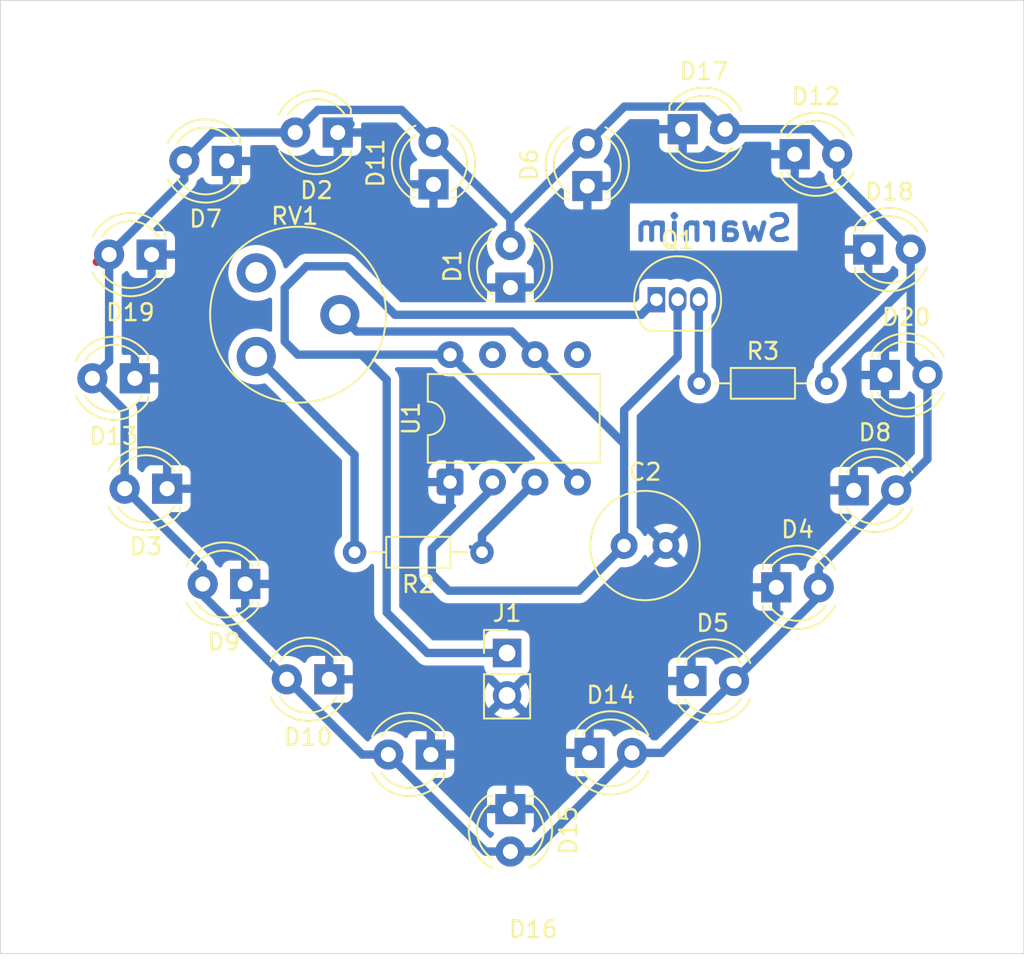
<source format=kicad_pcb>
(kicad_pcb (version 20241229) (generator "pcbnew") (generator_version "9.0")
  (layers (0 "F.Cu" signal) (2 "B.Cu" signal) (13 "F.Paste" user) (15 "B.Paste" user) (5 "F.SilkS" user "F.Silkscreen") (7 "B.SilkS" user "B.Silkscreen") (1 "F.Mask" user) (3 "B.Mask" user) (25 "Edge.Cuts" user))
  (net 0 "")
  (net 1 "Net-(Q1-B)")
  (net 2 "GND")
  (net 3 "Net-(D1-A)")
  (net 4 "VCC")
  (net 5 "Net-(Q1-E)")
  (net 6 "Net-(R2-Pad2)")
  (net 7 "Net-(U1-OUT)")
  (footprint "LED_THT:LED_D4.0mm" (layer "F.Cu") (at 71.74 78.5 180)
    (property "Reference" "D9" (at 1.27 -3.46 0) (layer "F.SilkS"))
    (property "Value" "LED")
    (fp_line (start -0.79 1.08) (end -0.79 1.399) (stroke (width 0.12)) (layer "F.SilkS"))
    (fp_line (start -0.79 -1.399) (end -0.79 -1.08) (stroke (width 0.12)) (layer "F.SilkS"))
    (fp_arc (start 3.513591 1.08) (mid 1.45392 2.483198) (end -0.79 1.398749) (stroke (width 0.12)) (layer "F.SilkS"))
    (fp_arc (start 2.95333 1.08) (mid 1.27 2) (end -0.41333 1.08) (stroke (width 0.12)) (layer "F.SilkS"))
    (fp_arc (start -0.41333 -1.08) (mid 1.27 -2) (end 2.95333 -1.08) (stroke (width 0.12)) (layer "F.SilkS"))
    (fp_arc (start -0.79 -1.398749) (mid 1.45392 -2.483198) (end 3.513591 -1.08) (stroke (width 0.12)) (layer "F.SilkS"))
    (pad "1" thru_hole rect (at 0 0 180) (size 1.8 1.8) (drill 0.9) (layers "*.Cu" "*.Mask") (net 2 "GND"))
    (pad "2" thru_hole circle (at 2.54 0 180) (size 1.8 1.8) (drill 0.9) (layers "*.Cu" "*.Mask") (net 3 "Net-(D1-A)"))
  )
  (footprint "LED_THT:LED_D4.0mm" (layer "F.Cu") (at 65.14 66.2 180)
    (property "Reference" "D13" (at 1.27 -3.46 0) (layer "F.SilkS"))
    (property "Value" "LED")
    (fp_line (start -0.79 1.08) (end -0.79 1.399) (stroke (width 0.12)) (layer "F.SilkS"))
    (fp_line (start -0.79 -1.399) (end -0.79 -1.08) (stroke (width 0.12)) (layer "F.SilkS"))
    (fp_arc (start 3.513591 1.08) (mid 1.45392 2.483198) (end -0.79 1.398749) (stroke (width 0.12)) (layer "F.SilkS"))
    (fp_arc (start 2.95333 1.08) (mid 1.27 2) (end -0.41333 1.08) (stroke (width 0.12)) (layer "F.SilkS"))
    (fp_arc (start -0.41333 -1.08) (mid 1.27 -2) (end 2.95333 -1.08) (stroke (width 0.12)) (layer "F.SilkS"))
    (fp_arc (start -0.79 -1.398749) (mid 1.45392 -2.483198) (end 3.513591 -1.08) (stroke (width 0.12)) (layer "F.SilkS"))
    (pad "1" thru_hole rect (at 0 0 180) (size 1.8 1.8) (drill 0.9) (layers "*.Cu" "*.Mask") (net 2 "GND"))
    (pad "2" thru_hole circle (at 2.54 0 180) (size 1.8 1.8) (drill 0.9) (layers "*.Cu" "*.Mask") (net 3 "Net-(D1-A)"))
  )
  (footprint "Package_DIP:DIP-8_W7.62mm" (layer "F.Cu") (at 83.99 72.405 90)
    (property "Reference" "U1" (at 3.81 -2.33 90) (layer "F.SilkS"))
    (property "Value" "NE555P")
    (fp_line (start 6.46 -1.33) (end 4.81 -1.33) (stroke (width 0.12)) (layer "F.SilkS"))
    (fp_line (start 2.81 -1.33) (end 1.16 -1.33) (stroke (width 0.12)) (layer "F.SilkS"))
    (fp_line (start 1.16 -1.33) (end 1.16 8.95) (stroke (width 0.12)) (layer "F.SilkS"))
    (fp_line (start 6.46 8.95) (end 6.46 -1.33) (stroke (width 0.12)) (layer "F.SilkS"))
    (fp_line (start 1.16 8.95) (end 6.46 8.95) (stroke (width 0.12)) (layer "F.SilkS"))
    (fp_arc (start 4.81 -1.33) (mid 3.81 -0.33) (end 2.81 -1.33) (stroke (width 0.12)) (layer "F.SilkS"))
    (pad "1" thru_hole roundrect (at 0 0 90) (size 1.6 1.6) (drill 0.8) (layers "*.Cu" "*.Mask") (roundrect_rratio 0.15625) (net 2 "GND"))
    (pad "2" thru_hole circle (at 0 2.54 90) (size 1.6 1.6) (drill 0.8) (layers "*.Cu" "*.Mask") (net 1 "Net-(Q1-B)"))
    (pad "3" thru_hole circle (at 0 5.08 90) (size 1.6 1.6) (drill 0.8) (layers "*.Cu" "*.Mask") (net 7 "Net-(U1-OUT)"))
    (pad "4" thru_hole circle (at 0 7.62 90) (size 1.6 1.6) (drill 0.8) (layers "*.Cu" "*.Mask") (net 4 "VCC"))
    (pad "5" thru_hole circle (at 7.62 7.62 90) (size 1.6 1.6) (drill 0.8) (layers "*.Cu" "*.Mask"))
    (pad "6" thru_hole circle (at 7.62 5.08 90) (size 1.6 1.6) (drill 0.8) (layers "*.Cu" "*.Mask") (net 1 "Net-(Q1-B)"))
    (pad "7" thru_hole circle (at 7.62 2.54 90) (size 1.6 1.6) (drill 0.8) (layers "*.Cu" "*.Mask"))
    (pad "8" thru_hole circle (at 7.62 0 90) (size 1.6 1.6) (drill 0.8) (layers "*.Cu" "*.Mask") (net 4 "VCC"))
  )
  (footprint "LED_THT:LED_D4.0mm" (layer "F.Cu") (at 67.07 72.8 180)
    (property "Reference" "D3" (at 1.27 -3.46 0) (layer "F.SilkS"))
    (property "Value" "LED")
    (fp_line (start -0.79 1.08) (end -0.79 1.399) (stroke (width 0.12)) (layer "F.SilkS"))
    (fp_line (start -0.79 -1.399) (end -0.79 -1.08) (stroke (width 0.12)) (layer "F.SilkS"))
    (fp_arc (start 3.513591 1.08) (mid 1.45392 2.483198) (end -0.79 1.398749) (stroke (width 0.12)) (layer "F.SilkS"))
    (fp_arc (start 2.95333 1.08) (mid 1.27 2) (end -0.41333 1.08) (stroke (width 0.12)) (layer "F.SilkS"))
    (fp_arc (start -0.41333 -1.08) (mid 1.27 -2) (end 2.95333 -1.08) (stroke (width 0.12)) (layer "F.SilkS"))
    (fp_arc (start -0.79 -1.398749) (mid 1.45392 -2.483198) (end 3.513591 -1.08) (stroke (width 0.12)) (layer "F.SilkS"))
    (pad "1" thru_hole rect (at 0 0 180) (size 1.8 1.8) (drill 0.9) (layers "*.Cu" "*.Mask") (net 2 "GND"))
    (pad "2" thru_hole circle (at 2.54 0 180) (size 1.8 1.8) (drill 0.9) (layers "*.Cu" "*.Mask") (net 3 "Net-(D1-A)"))
  )
  (footprint "Capacitor_THT:C_Radial_D6.3mm_H5.0mm_P2.50mm" (layer "F.Cu") (at 94.4 76.2)
    (property "Reference" "C2" (at 1.25 -4.4 0) (layer "F.SilkS"))
    (property "Value" "C_US")
    (fp_circle (center 1.25 0) (end 4.52 0) (stroke (width 0.12)) (fill no) (layer "F.SilkS"))
    (pad "1" thru_hole circle (at 0 0) (size 1.6 1.6) (drill 0.8) (layers "*.Cu" "*.Mask") (net 1 "Net-(Q1-B)"))
    (pad "2" thru_hole circle (at 2.5 0) (size 1.6 1.6) (drill 0.8) (layers "*.Cu" "*.Mask") (net 2 "GND"))
  )
  (footprint "LED_THT:LED_D4.0mm" (layer "F.Cu") (at 104.6 52.8)
    (property "Reference" "D12" (at 1.27 -3.46 0) (layer "F.SilkS"))
    (property "Value" "LED")
    (fp_line (start -0.79 -1.399) (end -0.79 -1.08) (stroke (width 0.12)) (layer "F.SilkS"))
    (fp_line (start -0.79 1.08) (end -0.79 1.399) (stroke (width 0.12)) (layer "F.SilkS"))
    (fp_arc (start -0.79 -1.398749) (mid 1.45392 -2.483198) (end 3.513591 -1.08) (stroke (width 0.12)) (layer "F.SilkS"))
    (fp_arc (start -0.41333 -1.08) (mid 1.27 -2) (end 2.95333 -1.08) (stroke (width 0.12)) (layer "F.SilkS"))
    (fp_arc (start 2.95333 1.08) (mid 1.27 2) (end -0.41333 1.08) (stroke (width 0.12)) (layer "F.SilkS"))
    (fp_arc (start 3.513591 1.08) (mid 1.45392 2.483198) (end -0.79 1.398749) (stroke (width 0.12)) (layer "F.SilkS"))
    (pad "1" thru_hole rect (at 0 0) (size 1.8 1.8) (drill 0.9) (layers "*.Cu" "*.Mask") (net 2 "GND"))
    (pad "2" thru_hole circle (at 2.54 0) (size 1.8 1.8) (drill 0.9) (layers "*.Cu" "*.Mask") (net 3 "Net-(D1-A)"))
  )
  (footprint "Resistor_THT:R_Axial_DIN0204_L3.6mm_D1.6mm_P7.62mm_Horizontal" (layer "F.Cu") (at 85.9 76.6 180)
    (property "Reference" "R2" (at 3.81 -1.92 0) (layer "F.SilkS"))
    (property "Value" "R")
    (fp_line (start 6.68 0) (end 5.73 0) (stroke (width 0.12)) (layer "F.SilkS"))
    (fp_line (start 0.94 0) (end 1.89 0) (stroke (width 0.12)) (layer "F.SilkS"))
    (fp_rect (start 1.89 -0.92) (end 5.73 0.92) (stroke (width 0.12)) (fill no) (layer "F.SilkS"))
    (pad "1" thru_hole circle (at 0 0 180) (size 1.4 1.4) (drill 0.7) (layers "*.Cu" "*.Mask") (net 7 "Net-(U1-OUT)"))
    (pad "2" thru_hole circle (at 7.62 0 180) (size 1.4 1.4) (drill 0.7) (layers "*.Cu" "*.Mask") (net 6 "Net-(R2-Pad2)"))
  )
  (footprint "LED_THT:LED_D4.0mm" (layer "F.Cu") (at 70.64 53.2 180)
    (property "Reference" "D7" (at 1.27 -3.46 0) (layer "F.SilkS"))
    (property "Value" "LED")
    (fp_line (start -0.79 1.08) (end -0.79 1.399) (stroke (width 0.12)) (layer "F.SilkS"))
    (fp_line (start -0.79 -1.399) (end -0.79 -1.08) (stroke (width 0.12)) (layer "F.SilkS"))
    (fp_arc (start 3.513591 1.08) (mid 1.45392 2.483198) (end -0.79 1.398749) (stroke (width 0.12)) (layer "F.SilkS"))
    (fp_arc (start 2.95333 1.08) (mid 1.27 2) (end -0.41333 1.08) (stroke (width 0.12)) (layer "F.SilkS"))
    (fp_arc (start -0.41333 -1.08) (mid 1.27 -2) (end 2.95333 -1.08) (stroke (width 0.12)) (layer "F.SilkS"))
    (fp_arc (start -0.79 -1.398749) (mid 1.45392 -2.483198) (end 3.513591 -1.08) (stroke (width 0.12)) (layer "F.SilkS"))
    (pad "1" thru_hole rect (at 0 0 180) (size 1.8 1.8) (drill 0.9) (layers "*.Cu" "*.Mask") (net 2 "GND"))
    (pad "2" thru_hole circle (at 2.54 0 180) (size 1.8 1.8) (drill 0.9) (layers "*.Cu" "*.Mask") (net 3 "Net-(D1-A)"))
  )
  (footprint "LED_THT:LED_D4.0mm" (layer "F.Cu") (at 66.14 58.8 180)
    (property "Reference" "D19" (at 1.27 -3.46 0) (layer "F.SilkS"))
    (property "Value" "LED")
    (fp_line (start -0.79 1.08) (end -0.79 1.399) (stroke (width 0.12)) (layer "F.SilkS"))
    (fp_line (start -0.79 -1.399) (end -0.79 -1.08) (stroke (width 0.12)) (layer "F.SilkS"))
    (fp_arc (start 3.513591 1.08) (mid 1.45392 2.483198) (end -0.79 1.398749) (stroke (width 0.12)) (layer "F.SilkS"))
    (fp_arc (start 2.95333 1.08) (mid 1.27 2) (end -0.41333 1.08) (stroke (width 0.12)) (layer "F.SilkS"))
    (fp_arc (start -0.41333 -1.08) (mid 1.27 -2) (end 2.95333 -1.08) (stroke (width 0.12)) (layer "F.SilkS"))
    (fp_arc (start -0.79 -1.398749) (mid 1.45392 -2.483198) (end 3.513591 -1.08) (stroke (width 0.12)) (layer "F.SilkS"))
    (pad "1" thru_hole rect (at 0 0 180) (size 1.8 1.8) (drill 0.9) (layers "*.Cu" "*.Mask") (net 2 "GND"))
    (pad "2" thru_hole circle (at 2.54 0 180) (size 1.8 1.8) (drill 0.9) (layers "*.Cu" "*.Mask") (net 3 "Net-(D1-A)"))
  )
  (footprint "LED_THT:LED_D4.0mm" (layer "F.Cu") (at 110 66)
    (property "Reference" "D20" (at 1.27 -3.46 0) (layer "F.SilkS"))
    (property "Value" "LED")
    (fp_line (start -0.79 -1.399) (end -0.79 -1.08) (stroke (width 0.12)) (layer "F.SilkS"))
    (fp_line (start -0.79 1.08) (end -0.79 1.399) (stroke (width 0.12)) (layer "F.SilkS"))
    (fp_arc (start -0.79 -1.398749) (mid 1.45392 -2.483198) (end 3.513591 -1.08) (stroke (width 0.12)) (layer "F.SilkS"))
    (fp_arc (start -0.41333 -1.08) (mid 1.27 -2) (end 2.95333 -1.08) (stroke (width 0.12)) (layer "F.SilkS"))
    (fp_arc (start 2.95333 1.08) (mid 1.27 2) (end -0.41333 1.08) (stroke (width 0.12)) (layer "F.SilkS"))
    (fp_arc (start 3.513591 1.08) (mid 1.45392 2.483198) (end -0.79 1.398749) (stroke (width 0.12)) (layer "F.SilkS"))
    (pad "1" thru_hole rect (at 0 0) (size 1.8 1.8) (drill 0.9) (layers "*.Cu" "*.Mask") (net 2 "GND"))
    (pad "2" thru_hole circle (at 2.54 0) (size 1.8 1.8) (drill 1) (layers "*.Cu" "*.Mask") (net 3 "Net-(D1-A)"))
  )
  (footprint "LED_THT:LED_D4.0mm" (layer "F.Cu") (at 92.33 88.6)
    (property "Reference" "D14" (at 1.27 -3.46 0) (layer "F.SilkS"))
    (property "Value" "LED")
    (fp_line (start -0.79 -1.399) (end -0.79 -1.08) (stroke (width 0.12)) (layer "F.SilkS"))
    (fp_line (start -0.79 1.08) (end -0.79 1.399) (stroke (width 0.12)) (layer "F.SilkS"))
    (fp_arc (start -0.79 -1.398749) (mid 1.45392 -2.483198) (end 3.513591 -1.08) (stroke (width 0.12)) (layer "F.SilkS"))
    (fp_arc (start -0.41333 -1.08) (mid 1.27 -2) (end 2.95333 -1.08) (stroke (width 0.12)) (layer "F.SilkS"))
    (fp_arc (start 2.95333 1.08) (mid 1.27 2) (end -0.41333 1.08) (stroke (width 0.12)) (layer "F.SilkS"))
    (fp_arc (start 3.513591 1.08) (mid 1.45392 2.483198) (end -0.79 1.398749) (stroke (width 0.12)) (layer "F.SilkS"))
    (pad "1" thru_hole rect (at 0 0) (size 1.8 1.8) (drill 0.9) (layers "*.Cu" "*.Mask") (net 2 "GND"))
    (pad "2" thru_hole circle (at 2.54 0) (size 1.8 1.8) (drill 0.9) (layers "*.Cu" "*.Mask") (net 3 "Net-(D1-A)"))
  )
  (footprint "LED_THT:LED_D4.0mm" (layer "F.Cu") (at 87.6 91.96 -90)
    (property "Reference" "D15" (at 1.27 -3.46 90) (layer "F.SilkS"))
    (property "Value" "LED")
    (fp_line (start -0.79 1.08) (end -0.79 1.399) (stroke (width 0.12)) (layer "F.SilkS"))
    (fp_line (start -0.79 -1.399) (end -0.79 -1.08) (stroke (width 0.12)) (layer "F.SilkS"))
    (fp_arc (start 2.95333 1.08) (mid 1.27 2) (end -0.41333 1.08) (stroke (width 0.12)) (layer "F.SilkS"))
    (fp_arc (start 3.513591 1.08) (mid 1.45392 2.483198) (end -0.79 1.398749) (stroke (width 0.12)) (layer "F.SilkS"))
    (fp_arc (start -0.41333 -1.08) (mid 1.27 -2) (end 2.95333 -1.08) (stroke (width 0.12)) (layer "F.SilkS"))
    (fp_arc (start -0.79 -1.398749) (mid 1.45392 -2.483198) (end 3.513591 -1.08) (stroke (width 0.12)) (layer "F.SilkS"))
    (pad "1" thru_hole rect (at 0 0 270) (size 1.8 1.8) (drill 0.9) (layers "*.Cu" "*.Mask") (net 2 "GND"))
    (pad "2" thru_hole circle (at 2.54 0 270) (size 1.8 1.8) (drill 0.9) (layers "*.Cu" "*.Mask") (net 3 "Net-(D1-A)"))
  )
  (footprint "Potentiometer_THT:Potentiometer_Piher_PT-10-V05_Vertical" (layer "F.Cu") (at 72.4 64.895)
    (property "Reference" "RV1" (at 2.3 -8.395 0) (layer "F.SilkS"))
    (property "Value" "R_Potentiometer_Small")
    (fp_circle (center 2.5 -2.5) (end 7.76 -2.5) (stroke (width 0.12)) (fill no) (layer "F.SilkS"))
    (pad "1" thru_hole circle (at 0 0) (size 2.34 2.34) (drill 1.3) (layers "*.Cu" "*.Mask") (net 6 "Net-(R2-Pad2)"))
    (pad "2" thru_hole circle (at 5 -2.5) (size 2.34 2.34) (drill 1.3) (layers "*.Cu" "*.Mask") (net 1 "Net-(Q1-B)"))
    (pad "3" thru_hole circle (at 0 -5) (size 2.34 2.34) (drill 1.3) (layers "*.Cu" "*.Mask"))
  )
  (footprint "LED_THT:LED_D4.0mm" (layer "F.Cu") (at 103.5 78.7)
    (property "Reference" "D4" (at 1.27 -3.46 0) (layer "F.SilkS"))
    (property "Value" "LED")
    (fp_line (start -0.79 -1.399) (end -0.79 -1.08) (stroke (width 0.12)) (layer "F.SilkS"))
    (fp_line (start -0.79 1.08) (end -0.79 1.399) (stroke (width 0.12)) (layer "F.SilkS"))
    (fp_arc (start -0.79 -1.398749) (mid 1.45392 -2.483198) (end 3.513591 -1.08) (stroke (width 0.12)) (layer "F.SilkS"))
    (fp_arc (start -0.41333 -1.08) (mid 1.27 -2) (end 2.95333 -1.08) (stroke (width 0.12)) (layer "F.SilkS"))
    (fp_arc (start 2.95333 1.08) (mid 1.27 2) (end -0.41333 1.08) (stroke (width 0.12)) (layer "F.SilkS"))
    (fp_arc (start 3.513591 1.08) (mid 1.45392 2.483198) (end -0.79 1.398749) (stroke (width 0.12)) (layer "F.SilkS"))
    (pad "1" thru_hole rect (at 0 0) (size 1.8 1.8) (drill 0.9) (layers "*.Cu" "*.Mask") (net 2 "GND"))
    (pad "2" thru_hole circle (at 2.54 0) (size 1.8 1.8) (drill 0.9) (layers "*.Cu" "*.Mask") (net 3 "Net-(D1-A)"))
  )
  (footprint "LED_THT:LED_D4.0mm" (layer "F.Cu") (at 87.6 60.77 90)
    (property "Reference" "D1" (at 1.27 -3.46 90) (layer "F.SilkS"))
    (property "Value" "LED")
    (fp_line (start -0.79 -1.399) (end -0.79 -1.08) (stroke (width 0.12)) (layer "F.SilkS"))
    (fp_line (start -0.79 1.08) (end -0.79 1.399) (stroke (width 0.12)) (layer "F.SilkS"))
    (fp_arc (start -0.79 -1.398749) (mid 1.45392 -2.483198) (end 3.513591 -1.08) (stroke (width 0.12)) (layer "F.SilkS"))
    (fp_arc (start -0.41333 -1.08) (mid 1.27 -2) (end 2.95333 -1.08) (stroke (width 0.12)) (layer "F.SilkS"))
    (fp_arc (start 3.513591 1.08) (mid 1.45392 2.483198) (end -0.79 1.398749) (stroke (width 0.12)) (layer "F.SilkS"))
    (fp_arc (start 2.95333 1.08) (mid 1.27 2) (end -0.41333 1.08) (stroke (width 0.12)) (layer "F.SilkS"))
    (pad "1" thru_hole rect (at 0 0 90) (size 1.8 1.8) (drill 0.9) (layers "*.Cu" "*.Mask") (net 2 "GND"))
    (pad "2" thru_hole circle (at 2.54 0 90) (size 1.8 1.8) (drill 0.9) (layers "*.Cu" "*.Mask") (net 3 "Net-(D1-A)"))
  )
  (footprint "LED_THT:LED_D4.0mm" (layer "F.Cu") (at 97.9 51.3)
    (property "Reference" "D17" (at 1.27 -3.46 0) (layer "F.SilkS"))
    (property "Value" "LED")
    (fp_line (start -0.79 -1.399) (end -0.79 -1.08) (stroke (width 0.12)) (layer "F.SilkS"))
    (fp_line (start -0.79 1.08) (end -0.79 1.399) (stroke (width 0.12)) (layer "F.SilkS"))
    (fp_arc (start -0.79 -1.398749) (mid 1.45392 -2.483198) (end 3.513591 -1.08) (stroke (width 0.12)) (layer "F.SilkS"))
    (fp_arc (start -0.41333 -1.08) (mid 1.27 -2) (end 2.95333 -1.08) (stroke (width 0.12)) (layer "F.SilkS"))
    (fp_arc (start 2.95333 1.08) (mid 1.27 2) (end -0.41333 1.08) (stroke (width 0.12)) (layer "F.SilkS"))
    (fp_arc (start 3.513591 1.08) (mid 1.45392 2.483198) (end -0.79 1.398749) (stroke (width 0.12)) (layer "F.SilkS"))
    (pad "1" thru_hole rect (at 0 0) (size 1.8 1.8) (drill 0.9) (layers "*.Cu" "*.Mask") (net 2 "GND"))
    (pad "2" thru_hole circle (at 2.54 0) (size 1.8 1.8) (drill 0.9) (layers "*.Cu" "*.Mask") (net 3 "Net-(D1-A)"))
  )
  (footprint "LED_THT:LED_D4.0mm" (layer "F.Cu") (at 92.2 54.7 90)
    (property "Reference" "D6" (at 1.27 -3.46 90) (layer "F.SilkS"))
    (property "Value" "LED")
    (fp_line (start -0.79 -1.399) (end -0.79 -1.08) (stroke (width 0.12)) (layer "F.SilkS"))
    (fp_line (start -0.79 1.08) (end -0.79 1.399) (stroke (width 0.12)) (layer "F.SilkS"))
    (fp_arc (start -0.79 -1.398749) (mid 1.45392 -2.483198) (end 3.513591 -1.08) (stroke (width 0.12)) (layer "F.SilkS"))
    (fp_arc (start -0.41333 -1.08) (mid 1.27 -2) (end 2.95333 -1.08) (stroke (width 0.12)) (layer "F.SilkS"))
    (fp_arc (start 3.513591 1.08) (mid 1.45392 2.483198) (end -0.79 1.398749) (stroke (width 0.12)) (layer "F.SilkS"))
    (fp_arc (start 2.95333 1.08) (mid 1.27 2) (end -0.41333 1.08) (stroke (width 0.12)) (layer "F.SilkS"))
    (pad "1" thru_hole rect (at 0 0 90) (size 1.8 1.8) (drill 0.9) (layers "*.Cu" "*.Mask") (net 2 "GND"))
    (pad "2" thru_hole circle (at 2.54 0 90) (size 1.8 1.8) (drill 0.9) (layers "*.Cu" "*.Mask") (net 3 "Net-(D1-A)"))
  )
  (footprint "LED_THT:LED_D4.0mm" (layer "F.Cu") (at 77.27 51.5 180)
    (property "Reference" "D2" (at 1.27 -3.46 0) (layer "F.SilkS"))
    (property "Value" "LED")
    (fp_line (start -0.79 1.08) (end -0.79 1.399) (stroke (width 0.12)) (layer "F.SilkS"))
    (fp_line (start -0.79 -1.399) (end -0.79 -1.08) (stroke (width 0.12)) (layer "F.SilkS"))
    (fp_arc (start 3.513591 1.08) (mid 1.45392 2.483198) (end -0.79 1.398749) (stroke (width 0.12)) (layer "F.SilkS"))
    (fp_arc (start 2.95333 1.08) (mid 1.27 2) (end -0.41333 1.08) (stroke (width 0.12)) (layer "F.SilkS"))
    (fp_arc (start -0.41333 -1.08) (mid 1.27 -2) (end 2.95333 -1.08) (stroke (width 0.12)) (layer "F.SilkS"))
    (fp_arc (start -0.79 -1.398749) (mid 1.45392 -2.483198) (end 3.513591 -1.08) (stroke (width 0.12)) (layer "F.SilkS"))
    (pad "1" thru_hole rect (at 0 0 180) (size 1.8 1.8) (drill 0.9) (layers "*.Cu" "*.Mask") (net 2 "GND"))
    (pad "2" thru_hole circle (at 2.54 0 180) (size 1.8 1.8) (drill 0.9) (layers "*.Cu" "*.Mask") (net 3 "Net-(D1-A)"))
  )
  (footprint "LED_THT:LED_D4.0mm" (layer "F.Cu") (at 98.43 84.3)
    (property "Reference" "D5" (at 1.27 -3.46 0) (layer "F.SilkS"))
    (property "Value" "LED")
    (fp_line (start -0.79 -1.399) (end -0.79 -1.08) (stroke (width 0.12)) (layer "F.SilkS"))
    (fp_line (start -0.79 1.08) (end -0.79 1.399) (stroke (width 0.12)) (layer "F.SilkS"))
    (fp_arc (start -0.79 -1.398749) (mid 1.45392 -2.483198) (end 3.513591 -1.08) (stroke (width 0.12)) (layer "F.SilkS"))
    (fp_arc (start -0.41333 -1.08) (mid 1.27 -2) (end 2.95333 -1.08) (stroke (width 0.12)) (layer "F.SilkS"))
    (fp_arc (start 2.95333 1.08) (mid 1.27 2) (end -0.41333 1.08) (stroke (width 0.12)) (layer "F.SilkS"))
    (fp_arc (start 3.513591 1.08) (mid 1.45392 2.483198) (end -0.79 1.398749) (stroke (width 0.12)) (layer "F.SilkS"))
    (pad "1" thru_hole rect (at 0 0) (size 1.8 1.8) (drill 0.9) (layers "*.Cu" "*.Mask") (net 2 "GND"))
    (pad "2" thru_hole circle (at 2.54 0) (size 1.8 1.8) (drill 0.9) (layers "*.Cu" "*.Mask") (net 3 "Net-(D1-A)"))
  )
  (footprint "Connector_PinHeader_2.54mm:PinHeader_1x02_P2.54mm_Vertical" (layer "F.Cu") (at 87.4 82.625)
    (property "Reference" "J1" (at 0 -2.38 0) (layer "F.SilkS"))
    (property "Value" "Conn_01x02_Pin")
    (fp_line (start -1.38 -1.38) (end 0 -1.38) (stroke (width 0.12)) (layer "F.SilkS"))
    (fp_line (start -1.38 0) (end -1.38 -1.38) (stroke (width 0.12)) (layer "F.SilkS"))
    (fp_line (start -1.38 1.27) (end -1.38 3.92) (stroke (width 0.12)) (layer "F.SilkS"))
    (fp_line (start -1.38 1.27) (end 1.38 1.27) (stroke (width 0.12)) (layer "F.SilkS"))
    (fp_line (start -1.38 3.92) (end 1.38 3.92) (stroke (width 0.12)) (layer "F.SilkS"))
    (fp_line (start 1.38 1.27) (end 1.38 3.92) (stroke (width 0.12)) (layer "F.SilkS"))
    (pad "1" thru_hole rect (at 0 0) (size 1.7 1.7) (drill 1) (layers "*.Cu" "*.Mask") (net 4 "VCC"))
    (pad "2" thru_hole circle (at 0 2.54) (size 1.7 1.7) (drill 1) (layers "*.Cu" "*.Mask") (net 2 "GND"))
  )
  (footprint "Resistor_THT:R_Axial_DIN0204_L3.6mm_D1.6mm_P7.62mm_Horizontal" (layer "F.Cu") (at 98.89 66.5)
    (property "Reference" "R3" (at 3.81 -1.92 0) (layer "F.SilkS"))
    (property "Value" "R")
    (fp_line (start 0.94 0) (end 1.89 0) (stroke (width 0.12)) (layer "F.SilkS"))
    (fp_line (start 6.68 0) (end 5.73 0) (stroke (width 0.12)) (layer "F.SilkS"))
    (fp_rect (start 1.89 -0.92) (end 5.73 0.92) (stroke (width 0.12)) (fill no) (layer "F.SilkS"))
    (pad "1" thru_hole circle (at 0 0) (size 1.4 1.4) (drill 0.7) (layers "*.Cu" "*.Mask") (net 5 "Net-(Q1-E)"))
    (pad "2" thru_hole circle (at 7.62 0) (size 1.4 1.4) (drill 0.7) (layers "*.Cu" "*.Mask") (net 3 "Net-(D1-A)"))
  )
  (footprint "LED_THT:LED_D4.0mm" (layer "F.Cu") (at 83 54.6 90)
    (property "Reference" "D11" (at 1.27 -3.46 90) (layer "F.SilkS"))
    (property "Value" "LED")
    (fp_line (start -0.79 -1.399) (end -0.79 -1.08) (stroke (width 0.12)) (layer "F.SilkS"))
    (fp_line (start -0.79 1.08) (end -0.79 1.399) (stroke (width 0.12)) (layer "F.SilkS"))
    (fp_arc (start -0.79 -1.398749) (mid 1.45392 -2.483198) (end 3.513591 -1.08) (stroke (width 0.12)) (layer "F.SilkS"))
    (fp_arc (start -0.41333 -1.08) (mid 1.27 -2) (end 2.95333 -1.08) (stroke (width 0.12)) (layer "F.SilkS"))
    (fp_arc (start 3.513591 1.08) (mid 1.45392 2.483198) (end -0.79 1.398749) (stroke (width 0.12)) (layer "F.SilkS"))
    (fp_arc (start 2.95333 1.08) (mid 1.27 2) (end -0.41333 1.08) (stroke (width 0.12)) (layer "F.SilkS"))
    (pad "1" thru_hole rect (at 0 0 90) (size 1.8 1.8) (drill 0.9) (layers "*.Cu" "*.Mask") (net 2 "GND"))
    (pad "2" thru_hole circle (at 2.54 0 90) (size 1.8 1.8) (drill 0.9) (layers "*.Cu" "*.Mask") (net 3 "Net-(D1-A)"))
  )
  (footprint "LED_THT:LED_D4.0mm" (layer "F.Cu") (at 76.77 84.2 180)
    (property "Reference" "D10" (at 1.27 -3.46 0) (layer "F.SilkS"))
    (property "Value" "LED")
    (fp_line (start -0.79 1.08) (end -0.79 1.399) (stroke (width 0.12)) (layer "F.SilkS"))
    (fp_line (start -0.79 -1.399) (end -0.79 -1.08) (stroke (width 0.12)) (layer "F.SilkS"))
    (fp_arc (start 3.513591 1.08) (mid 1.45392 2.483198) (end -0.79 1.398749) (stroke (width 0.12)) (layer "F.SilkS"))
    (fp_arc (start 2.95333 1.08) (mid 1.27 2) (end -0.41333 1.08) (stroke (width 0.12)) (layer "F.SilkS"))
    (fp_arc (start -0.41333 -1.08) (mid 1.27 -2) (end 2.95333 -1.08) (stroke (width 0.12)) (layer "F.SilkS"))
    (fp_arc (start -0.79 -1.398749) (mid 1.45392 -2.483198) (end 3.513591 -1.08) (stroke (width 0.12)) (layer "F.SilkS"))
    (pad "1" thru_hole rect (at 0 0 180) (size 1.8 1.8) (drill 0.9) (layers "*.Cu" "*.Mask") (net 2 "GND"))
    (pad "2" thru_hole circle (at 2.54 0 180) (size 1.8 1.8) (drill 0.9) (layers "*.Cu" "*.Mask") (net 3 "Net-(D1-A)"))
  )
  (footprint "LED_THT:LED_D4.0mm" (layer "F.Cu") (at 82.84 88.7 180)
    (property "Reference" "D16" (at -6.13 -10.46 0) (layer "F.SilkS"))
    (property "Value" "LED")
    (fp_line (start -0.79 1.08) (end -0.79 1.399) (stroke (width 0.12)) (layer "F.SilkS"))
    (fp_line (start -0.79 -1.399) (end -0.79 -1.08) (stroke (width 0.12)) (layer "F.SilkS"))
    (fp_arc (start 3.513591 1.08) (mid 1.45392 2.483198) (end -0.79 1.398749) (stroke (width 0.12)) (layer "F.SilkS"))
    (fp_arc (start 2.95333 1.08) (mid 1.27 2) (end -0.41333 1.08) (stroke (width 0.12)) (layer "F.SilkS"))
    (fp_arc (start -0.41333 -1.08) (mid 1.27 -2) (end 2.95333 -1.08) (stroke (width 0.12)) (layer "F.SilkS"))
    (fp_arc (start -0.79 -1.398749) (mid 1.45392 -2.483198) (end 3.513591 -1.08) (stroke (width 0.12)) (layer "F.SilkS"))
    (pad "1" thru_hole rect (at 0 0 180) (size 1.8 1.8) (drill 0.9) (layers "*.Cu" "*.Mask") (net 2 "GND"))
    (pad "2" thru_hole circle (at 2.54 0 180) (size 1.8 1.8) (drill 0.9) (layers "*.Cu" "*.Mask") (net 3 "Net-(D1-A)"))
  )
  (footprint "LED_THT:LED_D4.0mm" (layer "F.Cu") (at 108.13 72.9)
    (property "Reference" "D8" (at 1.27 -3.46 0) (layer "F.SilkS"))
    (property "Value" "LED")
    (fp_line (start -0.79 -1.399) (end -0.79 -1.08) (stroke (width 0.12)) (layer "F.SilkS"))
    (fp_line (start -0.79 1.08) (end -0.79 1.399) (stroke (width 0.12)) (layer "F.SilkS"))
    (fp_arc (start -0.79 -1.398749) (mid 1.45392 -2.483198) (end 3.513591 -1.08) (stroke (width 0.12)) (layer "F.SilkS"))
    (fp_arc (start -0.41333 -1.08) (mid 1.27 -2) (end 2.95333 -1.08) (stroke (width 0.12)) (layer "F.SilkS"))
    (fp_arc (start 2.95333 1.08) (mid 1.27 2) (end -0.41333 1.08) (stroke (width 0.12)) (layer "F.SilkS"))
    (fp_arc (start 3.513591 1.08) (mid 1.45392 2.483198) (end -0.79 1.398749) (stroke (width 0.12)) (layer "F.SilkS"))
    (pad "1" thru_hole rect (at 0 0) (size 1.8 1.8) (drill 0.9) (layers "*.Cu" "*.Mask") (net 2 "GND"))
    (pad "2" thru_hole circle (at 2.54 0) (size 1.8 1.8) (drill 0.9) (layers "*.Cu" "*.Mask") (net 3 "Net-(D1-A)"))
  )
  (footprint "Package_TO_SOT_THT:TO-92_Inline" (layer "F.Cu") (at 96.33 61.5)
    (property "Reference" "Q1" (at 1.27 -3.56 0) (layer "F.SilkS"))
    (property "Value" "BC547")
    (fp_line (start -0.53 1.85) (end 3.07 1.85) (stroke (width 0.12)) (layer "F.SilkS"))
    (fp_arc (start -0.568478 1.838478) (mid -1.132087 -0.994977) (end 1.27 -2.6) (stroke (width 0.12)) (layer "F.SilkS"))
    (fp_arc (start 1.27 -2.6) (mid 3.672087 -0.994977) (end 3.108478 1.838478) (stroke (width 0.12)) (layer "F.SilkS"))
    (pad "1" thru_hole rect (at 0 0) (size 1.05 1.5) (drill 0.75) (layers "*.Cu" "B.Mask") (net 4 "VCC"))
    (pad "2" thru_hole oval (at 1.27 0) (size 1.05 1.5) (drill 0.75) (layers "*.Cu" "*.Mask") (net 1 "Net-(Q1-B)"))
    (pad "3" thru_hole oval (at 2.54 0) (size 1.05 1.5) (drill 0.75) (layers "*.Cu" "*.Mask") (net 5 "Net-(Q1-E)"))
  )
  (footprint "LED_THT:LED_D4.0mm" (layer "F.Cu") (at 109 58.5)
    (property "Reference" "D18" (at 1.27 -3.46 0) (layer "F.SilkS"))
    (property "Value" "LED")
    (fp_line (start -0.79 -1.399) (end -0.79 -1.08) (stroke (width 0.12)) (layer "F.SilkS"))
    (fp_line (start -0.79 1.08) (end -0.79 1.399) (stroke (width 0.12)) (layer "F.SilkS"))
    (fp_arc (start -0.79 -1.398749) (mid 1.45392 -2.483198) (end 3.513591 -1.08) (stroke (width 0.12)) (layer "F.SilkS"))
    (fp_arc (start -0.41333 -1.08) (mid 1.27 -2) (end 2.95333 -1.08) (stroke (width 0.12)) (layer "F.SilkS"))
    (fp_arc (start 2.95333 1.08) (mid 1.27 2) (end -0.41333 1.08) (stroke (width 0.12)) (layer "F.SilkS"))
    (fp_arc (start 3.513591 1.08) (mid 1.45392 2.483198) (end -0.79 1.398749) (stroke (width 0.12)) (layer "F.SilkS"))
    (pad "1" thru_hole rect (at 0 0) (size 1.8 1.8) (drill 0.9) (layers "*.Cu" "*.Mask") (net 2 "GND"))
    (pad "2" thru_hole circle (at 2.54 0) (size 1.8 1.8) (drill 0.9) (layers "*.Cu" "*.Mask") (net 3 "Net-(D1-A)"))
  )
  (gr_rect (start 57.1 43.6) (end 118.3 100.6) (stroke (width 0.05)) (fill no) (layer "Edge.Cuts"))
  (gr_text "Swarnim" (at 104.6 58.1 0) (layer "B.Cu") (effects (font (size 1.5 1.5) (thickness 0.3) (bold yes)) (justify left bottom mirror)))
  (segment (start 77.4 62.395) (end 78.405 63.4) (width 0.5) (layer "B.Cu") (net 1))
  (segment (start 83.9 78.9) (end 91.7 78.9) (width 0.5) (layer "B.Cu") (net 1))
  (segment (start 94.4 68.1) (end 94.4 70.115) (width 0.5) (layer "B.Cu") (net 1))
  (segment (start 82.9 76.4) (end 82.9 77.9) (width 0.5) (layer "B.Cu") (net 1))
  (segment (start 94.4 70.115) (end 94.4 76.2) (width 0.5) (layer "B.Cu") (net 1))
  (segment (start 78.405 63.4) (end 87.685 63.4) (width 0.5) (layer "B.Cu") (net 1))
  (segment (start 97.6 64.9) (end 94.4 68.1) (width 0.5) (layer "B.Cu") (net 1))
  (segment (start 86.53 72.77) (end 82.9 76.4) (width 0.5) (layer "B.Cu") (net 1))
  (segment (start 87.685 63.4) (end 89.07 64.785) (width 0.5) (layer "B.Cu") (net 1))
  (segment (start 86.53 72.405) (end 86.53 72.77) (width 0.5) (layer "B.Cu") (net 1))
  (segment (start 91.7 78.9) (end 94.4 76.2) (width 0.5) (layer "B.Cu") (net 1))
  (segment (start 97.6 61.5) (end 97.6 64.9) (width 0.5) (layer "B.Cu") (net 1))
  (segment (start 82.9 77.9) (end 83.9 78.9) (width 0.5) (layer "B.Cu") (net 1))
  (segment (start 89.07 64.785) (end 94.4 70.115) (width 0.5) (layer "B.Cu") (net 1))
  (segment (start 71.27 52.5) (end 71.27 53.27) (width 0.5) (layer "B.Cu") (net 2))
  (segment (start 78.04 51) (end 77.8 51) (width 0.5) (layer "B.Cu") (net 2))
  (segment (start 77.8 51) (end 77.6 51.2) (width 0.5) (layer "B.Cu") (net 2))
  (segment (start 62.87 59.23) (end 63.6 58.5) (width 0.5) (layer "F.Cu") (net 3))
  (segment (start 76.081 50.149) (end 81.089 50.149) (width 0.5) (layer "B.Cu") (net 3))
  (segment (start 87.6 94.5) (end 86.1 94.5) (width 0.5) (layer "B.Cu") (net 3))
  (segment (start 87.6 56.76) (end 92.2 52.16) (width 0.5) (layer "B.Cu") (net 3))
  (segment (start 64.53 72.8) (end 64.53 68.13) (width 0.5) (layer "B.Cu") (net 3))
  (segment (start 88.97 94.5) (end 87.6 94.5) (width 0.5) (layer "B.Cu") (net 3))
  (segment (start 87.6 58.23) (end 87.6 56.76) (width 0.5) (layer "B.Cu") (net 3))
  (segment (start 80.3 88.7) (end 78.73 88.7) (width 0.5) (layer "B.Cu") (net 3))
  (segment (start 87.6 56.66) (end 87.6 58.23) (width 0.5) (layer "B.Cu") (net 3))
  (segment (start 74.73 51.5) (end 76.081 50.149) (width 0.5) (layer "B.Cu") (net 3))
  (segment (start 112.54 66) (end 112.54 71.03) (width 0.5) (layer "B.Cu") (net 3))
  (segment (start 112.54 71.03) (end 110.67 72.9) (width 0.5) (layer "B.Cu") (net 3))
  (segment (start 63.6 65.2) (end 63.6 58.8) (width 0.5) (layer "B.Cu") (net 3))
  (segment (start 107.14 52.8) (end 107.14 54.1) (width 0.5) (layer "B.Cu") (net 3))
  (segment (start 83 52.06) (end 87.6 56.66) (width 0.5) (layer "B.Cu") (net 3))
  (segment (start 69.2 77.47) (end 64.53 72.8) (width 0.5) (layer "B.Cu") (net 3))
  (segment (start 111.54 58.5) (end 111.54 60.4) (width 0.5) (layer "B.Cu") (net 3))
  (segment (start 62.6 66.2) (end 63.6 65.2) (width 0.5) (layer "B.Cu") (net 3))
  (segment (start 100.67 50.6) (end 99.77 51.5) (width 0.5) (layer "B.Cu") (net 3))
  (segment (start 111.54 65) (end 112.54 66) (width 0.5) (layer "B.Cu") (net 3))
  (segment (start 106.04 79.23) (end 100.97 84.3) (width 0.5) (layer "B.Cu") (net 3))
  (segment (start 106.51 65.43) (end 111.54 60.4) (width 0.5) (layer "B.Cu") (net 3))
  (segment (start 96.67 88.6) (end 94.87 88.6) (width 0.5) (layer "B.Cu") (net 3))
  (segment (start 106.51 66.5) (end 106.51 65.43) (width 0.5) (layer "B.Cu") (net 3))
  (segment (start 78.73 88.7) (end 74.23 84.2) (width 0.5) (layer "B.Cu") (net 3))
  (segment (start 107.14 54.1) (end 111.54 58.5) (width 0.5) (layer "B.Cu") (net 3))
  (segment (start 106.04 77.53) (end 106.04 78.7) (width 0.5) (layer "B.Cu") (net 3))
  (segment (start 94.87 88.6) (end 88.97 94.5) (width 0.5) (layer "B.Cu") (net 3))
  (segment (start 68.1 54.3) (end 68.1 53.2) (width 0.5) (layer "B.Cu") (net 3))
  (segment (start 105.64 51.3) (end 107.14 52.8) (width 0.5) (layer "B.Cu") (net 3))
  (segment (start 63.6 58.8) (end 68.1 54.3) (width 0.5) (layer "B.Cu") (net 3))
  (segment (start 69.2 78.5) (end 69.2 77.47) (width 0.5) (layer "B.Cu") (net 3))
  (segment (start 74.23 84.2) (end 69.2 79.17) (width 0.5) (layer "B.Cu") (net 3))
  (segment (start 106.04 78.7) (end 106.04 79.23) (width 0.5) (layer "B.Cu") (net 3))
  (segment (start 81.089 50.149) (end 83 52.06) (width 0.5) (layer "B.Cu") (net 3))
  (segment (start 68.1 53.2) (end 69.8 51.5) (width 0.5) (layer "B.Cu") (net 3))
  (segment (start 64.53 68.13) (end 62.6 66.2) (width 0.5) (layer "B.Cu") (net 3))
  (segment (start 100.97 84.3) (end 96.67 88.6) (width 0.5) (layer "B.Cu") (net 3))
  (segment (start 86.1 94.5) (end 80.3 88.7) (width 0.5) (layer "B.Cu") (net 3))
  (segment (start 69.8 51.5) (end 74.73 51.5) (width 0.5) (layer "B.Cu") (net 3))
  (segment (start 111.54 60.4) (end 111.54 65) (width 0.5) (layer "B.Cu") (net 3))
  (segment (start 110.67 72.9) (end 106.04 77.53) (width 0.5) (layer "B.Cu") (net 3))
  (segment (start 69.2 79.17) (end 69.2 78.5) (width 0.5) (layer "B.Cu") (net 3))
  (segment (start 99.089 49.949) (end 100.44 51.3) (width 0.5) (layer "B.Cu") (net 3))
  (segment (start 92.2 52.16) (end 94.411 49.949) (width 0.5) (layer "B.Cu") (net 3))
  (segment (start 100.44 51.3) (end 105.64 51.3) (width 0.5) (layer "B.Cu") (net 3))
  (segment (start 94.411 49.949) (end 99.089 49.949) (width 0.5) (layer "B.Cu") (net 3))
  (segment (start 82.625 82.625) (end 80.2 80.2) (width 0.5) (layer "B.Cu") (net 4))
  (segment (start 74.885 64.785) (end 78.7 64.785) (width 0.5) (layer "B.Cu") (net 4))
  (segment (start 78.7 64.785) (end 83.99 64.785) (width 0.5) (layer "B.Cu") (net 4))
  (segment (start 96.33 61.5) (end 95.43 62.4) (width 0.5) (layer "B.Cu") (net 4))
  (segment (start 87.4 82.625) (end 82.625 82.625) (width 0.5) (layer "B.Cu") (net 4))
  (segment (start 95.43 62.4) (end 80.7 62.4) (width 0.5) (layer "B.Cu") (net 4))
  (segment (start 74.1 64) (end 74.885 64.785) (width 0.5) (layer "B.Cu") (net 4))
  (segment (start 80.7 62.4) (end 77.8 59.5) (width 0.5) (layer "B.Cu") (net 4))
  (segment (start 80.2 66.285) (end 78.7 64.785) (width 0.5) (layer "B.Cu") (net 4))
  (segment (start 80.2 80.2) (end 80.2 66.285) (width 0.5) (layer "B.Cu") (net 4))
  (segment (start 77.8 59.5) (end 75.4 59.5) (width 0.5) (layer "B.Cu") (net 4))
  (segment (start 74.1 60.8) (end 74.1 64) (width 0.5) (layer "B.Cu") (net 4))
  (segment (start 83.99 64.785) (end 91.61 72.405) (width 0.5) (layer "B.Cu") (net 4))
  (segment (start 75.4 59.5) (end 74.1 60.8) (width 0.5) (layer "B.Cu") (net 4))
  (segment (start 98.87 66.48) (end 98.89 66.5) (width 0.5) (layer "B.Cu") (net 5))
  (segment (start 98.89 61.52) (end 98.87 61.5) (width 0.5) (layer "B.Cu") (net 5))
  (segment (start 98.87 61.5) (end 98.87 66.48) (width 0.5) (layer "B.Cu") (net 5))
  (segment (start 78.28 76.6) (end 78.28 70.775) (width 0.5) (layer "B.Cu") (net 6))
  (segment (start 78.28 70.775) (end 72.4 64.895) (width 0.5) (layer "B.Cu") (net 6))
  (segment (start 89.07 72.405) (end 85.9 75.575) (width 0.5) (layer "B.Cu") (net 7))
  (segment (start 85.21 76.265) (end 85.21 76.3) (width 0.2) (layer "B.Cu") (net 7))
  (segment (start 85.9 75.575) (end 85.9 76.6) (width 0.5) (layer "B.Cu") (net 7))
  (zone (net 2) (net_name "GND") (layer "B.Cu") (connect_pads (clearance 0.5)) (min_thickness 0.25) (fill yes (thermal_gap 0.5) (thermal_bridge_width 0.5))
    (polygon (pts (xy 118.3 43.6) (xy 118.3 100.5) (xy 57.1 101) (xy 57.8 43.6)))
  )
)
</source>
